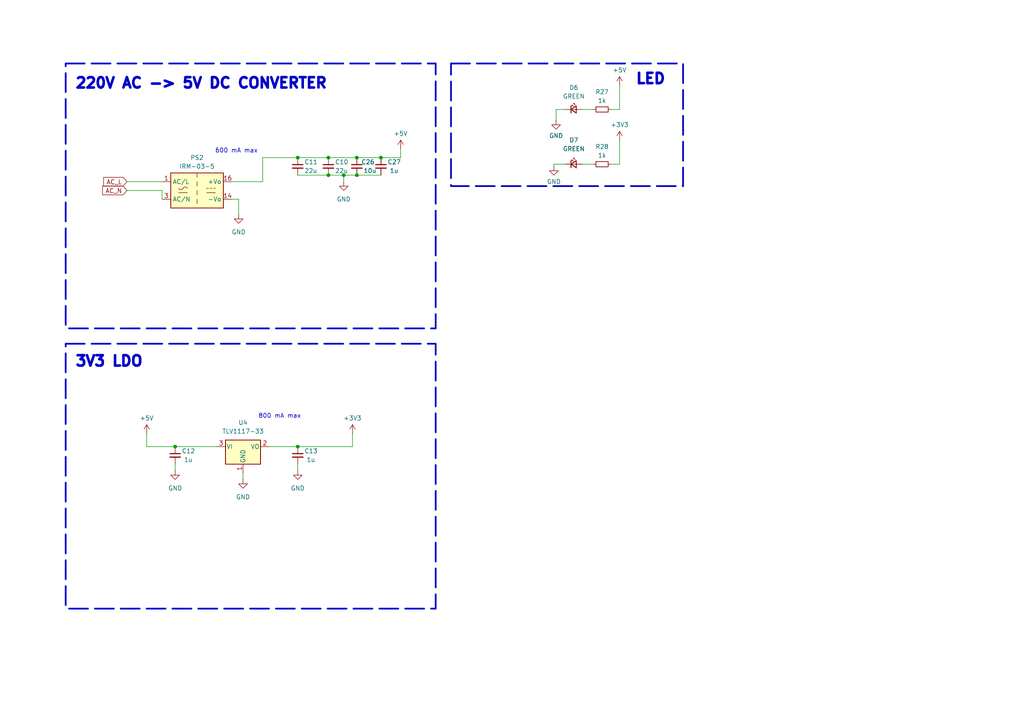
<source format=kicad_sch>
(kicad_sch (version 20231120) (generator "eeschema") (generator_version "8.0")
  (paper "A4")
  (title_block (title "ElectroDonkey Reflow Master") (date "2024-06-04") (rev "V1") (company "Electrodonkey") (comment 1 "CC-BY-SA 4.0"))
  (lib_symbols
    (symbol "Converter_ACDC:IRM-03-5"
      (property "Reference" "PS" (at 0 6.35 0))
      (property "Value" "IRM-03-5" (at 0 -6.35 0))
      (symbol "IRM-03-5_0_1"
        (rectangle (start -7.62 5.08) (end 7.62 -5.08) (stroke (width 0.254)) (fill (type background)))
        (arc (start -5.334 0.635) (mid -4.699 0.2495) (end -4.064 0.635))
        (arc (start -2.794 0.635) (mid -3.429 1.0072) (end -4.064 0.635))
        (polyline (pts (xy -5.334 -0.635) (xy -2.794 -0.635)))
        (polyline (pts (xy 0 -2.54) (xy 0 -3.81)))
        (polyline (pts (xy 0 0) (xy 0 -1.27)))
        (polyline (pts (xy 0 2.54) (xy 0 1.27)))
        (polyline (pts (xy 0 5.08) (xy 0 3.81)))
        (polyline (pts (xy 2.794 -0.635) (xy 5.334 -0.635)))
        (polyline (pts (xy 2.794 0.635) (xy 3.302 0.635)))
        (polyline (pts (xy 3.81 0.635) (xy 4.318 0.635)))
        (polyline (pts (xy 4.826 0.635) (xy 5.334 0.635)))
      )
      (symbol "IRM-03-5_1_1"
        (pin power_in line (at -10.16 2.54 0) (length 2.54) (name "AC/L") (number "1"))
        (pin power_out line (at 10.16 -2.54 180) (length 2.54) (name "-Vo") (number "14"))
        (pin power_out line (at 10.16 2.54 180) (length 2.54) (name "+Vo") (number "16"))
        (pin power_in line (at -10.16 -2.54 0) (length 2.54) (name "AC/N") (number "3"))
        (pin no_connect line (at -7.62 0 0) (length 2.54) hide (name "NC") (number "5"))
      )
    )
    (symbol "Device:C_Small" (pin_numbers hide) (pin_names (offset 0.254) hide)
      (property "Reference" "C" (at 0.254 1.778 0))
      (property "Value" "C_Small" (at 0.254 -2.032 0))
      (symbol "C_Small_0_1"
        (polyline (pts (xy -1.524 -0.508) (xy 1.524 -0.508)) (stroke (width 0.3302)))
        (polyline (pts (xy -1.524 0.508) (xy 1.524 0.508)) (stroke (width 0.3048)))
      )
      (symbol "C_Small_1_1"
        (pin passive line (at 0 2.54 270) (length 2.032) (name "~") (number "1"))
        (pin passive line (at 0 -2.54 90) (length 2.032) (name "~") (number "2"))
      )
    )
    (symbol "Device:LED_Small" (pin_numbers hide) (pin_names (offset 0.254) hide)
      (property "Reference" "D" (at -1.27 3.175 0))
      (property "Value" "LED_Small" (at -4.445 -2.54 0))
      (symbol "LED_Small_0_1"
        (polyline (pts (xy -0.762 -1.016) (xy -0.762 1.016)) (stroke (width 0.254)))
        (polyline (pts (xy 1.016 0) (xy -0.762 0)))
        (polyline (pts (xy 0.762 -1.016) (xy -0.762 0) (xy 0.762 1.016) (xy 0.762 -1.016)) (stroke (width 0.254)))
        (polyline (pts (xy 0 0.762) (xy -0.508 1.27) (xy -0.254 1.27) (xy -0.508 1.27) (xy -0.508 1.016)))
        (polyline (pts (xy 0.508 1.27) (xy 0 1.778) (xy 0.254 1.778) (xy 0 1.778) (xy 0 1.524)))
      )
      (symbol "LED_Small_1_1"
        (pin passive line (at -2.54 0 0) (length 1.778) (name "K") (number "1"))
        (pin passive line (at 2.54 0 180) (length 1.778) (name "A") (number "2"))
      )
    )
    (symbol "Device:R_Small" (pin_numbers hide) (pin_names (offset 0.254) hide)
      (property "Reference" "R" (at 0.762 0.508 0))
      (property "Value" "R_Small" (at 0.762 -1.016 0))
      (symbol "R_Small_0_1"
        (rectangle (start -0.762 1.778) (end 0.762 -1.778) (stroke (width 0.2032)))
      )
      (symbol "R_Small_1_1"
        (pin passive line (at 0 2.54 270) (length 0.762) (name "~") (number "1"))
        (pin passive line (at 0 -2.54 90) (length 0.762) (name "~") (number "2"))
      )
    )
    (symbol "GND_1" (power) (pin_numbers hide) (pin_names (offset 0) hide)
      (property "Value" "GND" (at 0 -3.81 0))
      (symbol "GND_1_0_1"
        (polyline (pts (xy 0 0) (xy 0 -1.27) (xy 1.27 -1.27) (xy 0 -2.54) (xy -1.27 -1.27) (xy 0 -1.27)))
      )
      (symbol "GND_1_1_1"
        (pin power_in line (at 0 0 270) (length 0) (name "~") (number "1"))
      )
    )
    (symbol "Regulator_Linear:TLV1117-33" (pin_names (offset 0.254))
      (property "Reference" "U" (at -3.81 3.175 0))
      (property "Value" "TLV1117-33" (at 0 3.175 0))
      (symbol "TLV1117-33_0_1"
        (rectangle (start -5.08 -5.08) (end 5.08 1.905) (stroke (width 0.254)) (fill (type background)))
      )
      (symbol "TLV1117-33_1_1"
        (pin power_in line (at 0 -7.62 90) (length 2.54) (name "GND") (number "1"))
        (pin power_out line (at 7.62 0 180) (length 2.54) (name "VO") (number "2"))
        (pin power_in line (at -7.62 0 0) (length 2.54) (name "VI") (number "3"))
      )
    )
    (symbol "power:+3V3" (power) (pin_numbers hide) (pin_names (offset 0) hide)
      (property "Value" "+3V3" (at 0 3.556 0))
      (symbol "+3V3_0_1"
        (polyline (pts (xy -0.762 1.27) (xy 0 2.54)))
        (polyline (pts (xy 0 0) (xy 0 2.54)))
        (polyline (pts (xy 0 2.54) (xy 0.762 1.27)))
      )
      (symbol "+3V3_1_1"
        (pin power_in line (at 0 0 90) (length 0) (name "~") (number "1"))
      )
    )
    (symbol "power:+5V" (power) (pin_numbers hide) (pin_names (offset 0) hide)
      (property "Value" "+5V" (at 0 3.556 0))
      (symbol "+5V_0_1"
        (polyline (pts (xy -0.762 1.27) (xy 0 2.54)))
        (polyline (pts (xy 0 0) (xy 0 2.54)))
        (polyline (pts (xy 0 2.54) (xy 0.762 1.27)))
      )
      (symbol "+5V_1_1"
        (pin power_in line (at 0 0 90) (length 0) (name "~") (number "1"))
      )
    )
    (symbol "power:GND" (power) (pin_numbers hide) (pin_names (offset 0) hide)
      (property "Value" "GND" (at 0 -3.81 0))
      (symbol "GND_0_1"
        (polyline (pts (xy 0 0) (xy 0 -1.27) (xy 1.27 -1.27) (xy 0 -2.54) (xy -1.27 -1.27) (xy 0 -1.27)))
      )
      (symbol "GND_1_1"
        (pin power_in line (at 0 0 270) (length 0) (name "~") (number "1"))
      )
    )
  )
  (junction (at 103.505 45.72))
  (junction (at 110.49 45.72))
  (junction (at 86.36 45.72))
  (junction (at 103.505 50.8))
  (junction (at 50.8 129.54))
  (junction (at 95.25 50.8))
  (junction (at 95.25 45.72))
  (junction (at 86.36 129.54))
  (junction (at 99.695 50.8))
  (wire (pts (xy 36.83 55.245) (xy 46.99 55.245)))
  (wire (pts (xy 76.2 52.705) (xy 76.2 45.72)))
  (wire (pts (xy 67.31 57.785) (xy 69.215 57.785)))
  (wire (pts (xy 168.91 31.75) (xy 172.085 31.75)))
  (wire (pts (xy 102.235 125.73) (xy 102.235 129.54)))
  (wire (pts (xy 50.8 134.62) (xy 50.8 136.525)))
  (wire (pts (xy 86.36 129.54) (xy 102.235 129.54)))
  (wire (pts (xy 179.705 40.64) (xy 179.705 47.625)))
  (wire (pts (xy 95.25 45.72) (xy 103.505 45.72)))
  (wire (pts (xy 116.205 43.18) (xy 116.205 45.72)))
  (wire (pts (xy 42.545 125.73) (xy 42.545 129.54)))
  (wire (pts (xy 177.165 31.75) (xy 179.705 31.75)))
  (wire (pts (xy 177.165 47.625) (xy 179.705 47.625)))
  (wire (pts (xy 103.505 50.8) (xy 110.49 50.8)))
  (wire (pts (xy 50.8 129.54) (xy 62.865 129.54)))
  (wire (pts (xy 99.695 50.8) (xy 99.695 52.705)))
  (wire (pts (xy 95.25 50.8) (xy 99.695 50.8)))
  (wire (pts (xy 86.36 45.72) (xy 95.25 45.72)))
  (wire (pts (xy 161.29 31.75) (xy 163.83 31.75)))
  (wire (pts (xy 86.36 50.8) (xy 95.25 50.8)))
  (wire (pts (xy 168.91 47.625) (xy 172.085 47.625)))
  (wire (pts (xy 69.215 57.785) (xy 69.215 62.23)))
  (wire (pts (xy 179.705 24.765) (xy 179.705 31.75)))
  (wire (pts (xy 110.49 45.72) (xy 116.205 45.72)))
  (wire (pts (xy 46.99 55.245) (xy 46.99 57.785)))
  (wire (pts (xy 161.29 34.925) (xy 161.29 31.75)))
  (wire (pts (xy 36.83 52.705) (xy 46.99 52.705)))
  (wire (pts (xy 160.655 47.625) (xy 163.83 47.625)))
  (wire (pts (xy 86.36 134.62) (xy 86.36 136.525)))
  (wire (pts (xy 78.105 129.54) (xy 86.36 129.54)))
  (wire (pts (xy 103.505 45.72) (xy 110.49 45.72)))
  (wire (pts (xy 76.2 45.72) (xy 86.36 45.72)))
  (wire (pts (xy 160.655 48.26) (xy 160.655 47.625)))
  (wire (pts (xy 70.485 137.16) (xy 70.485 139.065)))
  (wire (pts (xy 99.695 50.8) (xy 103.505 50.8)))
  (wire (pts (xy 67.31 52.705) (xy 76.2 52.705)))
  (wire (pts (xy 42.545 129.54) (xy 50.8 129.54)))
  (rectangle (start 19.05 18.415) (end 126.365 95.25) (stroke (width 0.5) (type dash)))
  (rectangle (start 130.81 18.415) (end 198.12 53.975) (stroke (width 0.5) (type dash)))
  (rectangle (start 19.05 99.695) (end 126.365 176.53) (stroke (width 0.5) (type dash)))
  (text "3V3 LDO" (at 21.59 106.68 0) (effects (font (size 3 3) (thickness 1) (bold yes)) (justify left bottom)))
  (text "220V AC -> 5V DC CONVERTER" (at 21.59 26.035 0) (effects (font (size 3 3) (thickness 1) (bold yes)) (justify left bottom)))
  (text "LED" (at 184.15 24.765 0) (effects (font (size 3 3) (thickness 1) (bold yes)) (justify left bottom)))
  (text "600 mA max\n" (at 68.58 43.815 0) (effects (font (size 1.27 1.27))))
  (text "800 mA max\n" (at 81.1287 120.768 0) (effects (font (size 1.27 1.27))))
  (global_label "AC_N" (shape input) (at 36.83 55.245 180) (property "Intersheetrefs" "${INTERSHEET_REFS}" (effects (hide yes))))
  (global_label "AC_L" (shape input) (at 36.83 52.705 180) (property "Intersheetrefs" "${INTERSHEET_REFS}" (effects (hide yes))))
  (symbol (lib_id "Regulator_Linear:TLV1117-33") (at 70.485 129.54 0) (unit 1)
    (property "Reference" "U4" (at 70.485 122.555 0))
    (property "Value" "TLV1117-33" (at 70.485 125.095 0))
    (property "Footprint" "Package_TO_SOT_SMD:SOT-223-3_TabPin2" (effects (hide yes)))
    (property "Datasheet" "http://www.ti.com/lit/ds/symlink/tlv1117.pdf" (effects (hide yes)))
    (property "Description" "800mA Low-Dropout Linear Regulator, 3.3V fixed output, TO-220/TO-252/TO-263/SOT-223" (effects (hide yes)))
    (property "mfg" "TLV1117LV33DCYR" (effects (hide yes)))
  )
  (symbol (lib_id "Device:LED_Small") (at 166.37 31.75 0) (unit 1)
    (property "Reference" "D6" (at 166.4335 25.4 0))
    (property "Value" "GREEN" (at 166.4335 27.94 0))
    (property "Footprint" "LED_SMD:LED_0603_1608Metric_Pad1.05x0.95mm_HandSolder" (effects (hide yes)))
    (property "Description" "Light emitting diode, small symbol" (effects (hide yes)))
  )
  (symbol (lib_id "Device:C_Small") (at 103.505 48.26 0) (unit 1)
    (property "Reference" "C26" (at 104.775 46.99 0) (effects (justify left)))
    (property "Value" "10u" (at 105.41 49.53 0) (effects (justify left)))
    (property "Footprint" "Capacitor_SMD:C_1210_3225Metric_Pad1.33x2.70mm_HandSolder" (effects (hide yes)))
    (property "Datasheet" "https://product.tdk.com/system/files/dam/doc/product/capacitor/ceramic/mlcc/catalog/mlcc_automotive_midvoltage_en.pdf" (effects (hide yes)))
    (property "Vs" "100V" (effects (hide yes)))
    (property "mfg" "CGA6M2X7R2A105K200AA" (effects (hide yes)))
  )
  (symbol (lib_id "Device:C_Small") (at 50.8 132.08 0) (unit 1)
    (property "Reference" "C12" (at 52.705 130.81 0) (effects (justify left)))
    (property "Value" "1u" (at 53.34 133.35 0) (effects (justify left)))
    (property "Footprint" "Capacitor_SMD:C_1210_3225Metric_Pad1.33x2.70mm_HandSolder" (effects (hide yes)))
    (property "Datasheet" "https://product.tdk.com/system/files/dam/doc/product/capacitor/ceramic/mlcc/catalog/mlcc_automotive_midvoltage_en.pdf" (effects (hide yes)))
    (property "Vs" "100V" (effects (hide yes)))
    (property "mfg" "CGA6M2X7R2A105K200AA" (effects (hide yes)))
  )
  (symbol (lib_id "Device:C_Small") (at 110.49 48.26 0) (unit 1)
    (property "Reference" "C27" (at 112.395 46.99 0) (effects (justify left)))
    (property "Value" "1u" (at 113.03 49.53 0) (effects (justify left)))
    (property "Footprint" "Capacitor_SMD:C_1210_3225Metric_Pad1.33x2.70mm_HandSolder" (effects (hide yes)))
    (property "Datasheet" "https://product.tdk.com/system/files/dam/doc/product/capacitor/ceramic/mlcc/catalog/mlcc_automotive_midvoltage_en.pdf" (effects (hide yes)))
    (property "Vs" "100V" (effects (hide yes)))
    (property "mfg" "CGA6M2X7R2A105K200AA" (effects (hide yes)))
  )
  (symbol (lib_id "Device:C_Small") (at 86.36 48.26 0) (unit 1)
    (property "Reference" "C11" (at 88.265 46.99 0) (effects (justify left)))
    (property "Value" "22u" (at 88.265 49.53 0) (effects (justify left)))
    (property "Footprint" "Capacitor_SMD:C_1210_3225Metric_Pad1.33x2.70mm_HandSolder" (effects (hide yes)))
    (property "Datasheet" "https://product.tdk.com/system/files/dam/doc/product/capacitor/ceramic/mlcc/catalog/mlcc_automotive_midvoltage_en.pdf" (effects (hide yes)))
    (property "Vs" "100V" (effects (hide yes)))
    (property "mfg" "CGA6M2X7R2A105K200AA" (effects (hide yes)))
  )
  (symbol (lib_id "Device:R_Small") (at 174.625 31.75 90) (unit 1)
    (property "Reference" "R27" (at 174.625 26.67 90))
    (property "Value" "1k" (at 174.625 29.21 90))
    (property "Footprint" "Resistor_SMD:R_0603_1608Metric_Pad0.98x0.95mm_HandSolder" (effects (hide yes)))
  )
  (symbol (lib_id "power:+5V") (at 116.205 43.18 0) (unit 1)
    (property "Reference" "#PWR028" (effects (hide yes)))
    (property "Value" "+5V" (at 116.205 38.735 0))
    (property "Description" "Power symbol creates a global label with name \"+5V\"" (effects (hide yes)))
  )
  (symbol (lib_id "Device:C_Small") (at 86.36 132.08 0) (unit 1)
    (property "Reference" "C13" (at 88.265 130.81 0) (effects (justify left)))
    (property "Value" "1u" (at 88.9 133.35 0) (effects (justify left)))
    (property "Footprint" "Capacitor_SMD:C_1210_3225Metric_Pad1.33x2.70mm_HandSolder" (effects (hide yes)))
    (property "Datasheet" "https://product.tdk.com/system/files/dam/doc/product/capacitor/ceramic/mlcc/catalog/mlcc_automotive_midvoltage_en.pdf" (effects (hide yes)))
    (property "Vs" "100V" (effects (hide yes)))
    (property "mfg" "CGA6M2X7R2A105K200AA" (effects (hide yes)))
  )
  (symbol (lib_name "GND_1") (lib_id "power:GND") (at 99.695 52.705 0) (unit 1)
    (property "Reference" "#PWR031" (effects (hide yes)))
    (property "Value" "GND" (at 99.695 57.785 0))
    (property "Description" "Power symbol creates a global label with name \"GND\" , ground" (effects (hide yes)))
  )
  (symbol (lib_name "GND_1") (lib_id "power:GND") (at 50.8 136.525 0) (unit 1)
    (property "Reference" "#PWR032" (effects (hide yes)))
    (property "Value" "GND" (at 50.8 141.605 0))
    (property "Description" "Power symbol creates a global label with name \"GND\" , ground" (effects (hide yes)))
  )
  (symbol (lib_name "GND_1") (lib_id "power:GND") (at 86.36 136.525 0) (unit 1)
    (property "Reference" "#PWR034" (effects (hide yes)))
    (property "Value" "GND" (at 86.36 141.605 0))
    (property "Description" "Power symbol creates a global label with name \"GND\" , ground" (effects (hide yes)))
  )
  (symbol (lib_id "power:GND") (at 160.655 48.26 0) (unit 1)
    (property "Reference" "#PWR018" (effects (hide yes)))
    (property "Value" "GND" (at 160.655 52.705 0))
    (property "Description" "Power symbol creates a global label with name \"GND\" , ground" (effects (hide yes)))
  )
  (symbol (lib_id "power:+5V") (at 42.545 125.73 0) (unit 1)
    (property "Reference" "#PWR029" (effects (hide yes)))
    (property "Value" "+5V" (at 42.545 121.285 0))
    (property "Description" "Power symbol creates a global label with name \"+5V\"" (effects (hide yes)))
  )
  (symbol (lib_name "GND_1") (lib_id "power:GND") (at 70.485 139.065 0) (unit 1)
    (property "Reference" "#PWR033" (effects (hide yes)))
    (property "Value" "GND" (at 70.485 144.145 0))
    (property "Description" "Power symbol creates a global label with name \"GND\" , ground" (effects (hide yes)))
  )
  (symbol (lib_id "power:+3V3") (at 179.705 40.64 0) (unit 1)
    (property "Reference" "#PWR016" (effects (hide yes)))
    (property "Value" "+3V3" (at 179.705 36.195 0))
  )
  (symbol (lib_id "power:GND") (at 161.29 34.925 0) (unit 1)
    (property "Reference" "#PWR017" (effects (hide yes)))
    (property "Value" "GND" (at 161.29 39.37 0))
    (property "Description" "Power symbol creates a global label with name \"GND\" , ground" (effects (hide yes)))
  )
  (symbol (lib_id "Device:LED_Small") (at 166.37 47.625 0) (unit 1)
    (property "Reference" "D7" (at 166.4335 40.64 0))
    (property "Value" "GREEN" (at 166.4335 43.18 0))
    (property "Footprint" "LED_SMD:LED_0603_1608Metric_Pad1.05x0.95mm_HandSolder" (effects (hide yes)))
    (property "Description" "Light emitting diode, small symbol" (effects (hide yes)))
  )
  (symbol (lib_id "Converter_ACDC:IRM-03-5") (at 57.15 55.245 0) (unit 1)
    (property "Reference" "PS2" (at 57.15 45.72 0))
    (property "Value" "IRM-03-5" (at 57.15 48.26 0))
    (property "Footprint" "Converter_ACDC:Converter_ACDC_MeanWell_IRM-03-xx_THT" (effects (hide yes)))
    (property "Datasheet" "https://www.meanwell.com/Upload/PDF/IRM-03/IRM-03-SPEC.PDF" (effects (hide yes)))
    (property "Description" "5V, 600mA, 3W, Isolated, AC-DC, IRM03" (effects (hide yes)))
    (property "mfg" "IRM-03-5" (effects (hide yes)))
  )
  (symbol (lib_id "Device:R_Small") (at 174.625 47.625 90) (unit 1)
    (property "Reference" "R28" (at 174.625 42.545 90))
    (property "Value" "1k" (at 174.625 45.085 90))
    (property "Footprint" "Resistor_SMD:R_0603_1608Metric_Pad0.98x0.95mm_HandSolder" (effects (hide yes)))
  )
  (symbol (lib_id "Device:C_Small") (at 95.25 48.26 0) (unit 1)
    (property "Reference" "C10" (at 97.155 46.99 0) (effects (justify left)))
    (property "Value" "22u" (at 97.155 49.53 0) (effects (justify left)))
    (property "Footprint" "Capacitor_SMD:C_1210_3225Metric_Pad1.33x2.70mm_HandSolder" (effects (hide yes)))
    (property "Datasheet" "https://product.tdk.com/system/files/dam/doc/product/capacitor/ceramic/mlcc/catalog/mlcc_automotive_midvoltage_en.pdf" (effects (hide yes)))
    (property "Vs" "100V" (effects (hide yes)))
    (property "mfg" "CGA6M2X7R2A105K200AA" (effects (hide yes)))
  )
  (symbol (lib_id "power:+3V3") (at 179.705 24.765 0) (unit 1)
    (property "Reference" "#PWR015" (effects (hide yes)))
    (property "Value" "+5V" (at 179.705 20.32 0))
  )
  (symbol (lib_name "GND_1") (lib_id "power:GND") (at 69.215 62.23 0) (unit 1)
    (property "Reference" "#PWR030" (effects (hide yes)))
    (property "Value" "GND" (at 69.215 67.31 0))
    (property "Description" "Power symbol creates a global label with name \"GND\" , ground" (effects (hide yes)))
  )
  (symbol (lib_id "power:+3V3") (at 102.235 125.73 0) (unit 1)
    (property "Reference" "#PWR035" (effects (hide yes)))
    (property "Value" "+3V3" (at 102.235 121.285 0))
    (property "Description" "Power symbol creates a global label with name \"+3V3\"" (effects (hide yes)))
  )
)
</source>
